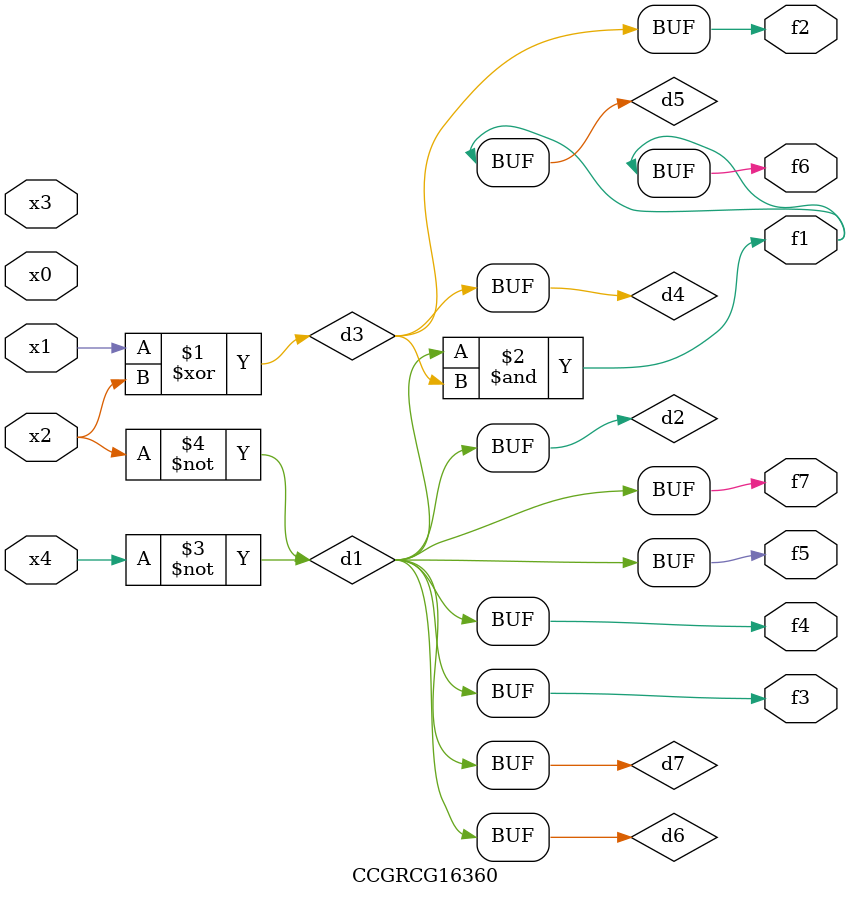
<source format=v>
module CCGRCG16360(
	input x0, x1, x2, x3, x4,
	output f1, f2, f3, f4, f5, f6, f7
);

	wire d1, d2, d3, d4, d5, d6, d7;

	not (d1, x4);
	not (d2, x2);
	xor (d3, x1, x2);
	buf (d4, d3);
	and (d5, d1, d3);
	buf (d6, d1, d2);
	buf (d7, d2);
	assign f1 = d5;
	assign f2 = d4;
	assign f3 = d7;
	assign f4 = d7;
	assign f5 = d7;
	assign f6 = d5;
	assign f7 = d7;
endmodule

</source>
